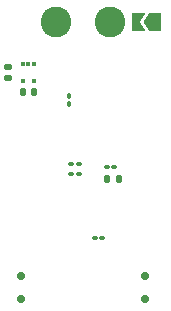
<source format=gbs>
G04 #@! TF.GenerationSoftware,KiCad,Pcbnew,(6.0.5-0)*
G04 #@! TF.CreationDate,2022-11-14T22:05:51-05:00*
G04 #@! TF.ProjectId,rp_ducky,72705f64-7563-46b7-992e-6b696361645f,rev?*
G04 #@! TF.SameCoordinates,Original*
G04 #@! TF.FileFunction,Soldermask,Bot*
G04 #@! TF.FilePolarity,Negative*
%FSLAX46Y46*%
G04 Gerber Fmt 4.6, Leading zero omitted, Abs format (unit mm)*
G04 Created by KiCad (PCBNEW (6.0.5-0)) date 2022-11-14 22:05:51*
%MOMM*%
%LPD*%
G01*
G04 APERTURE LIST*
G04 Aperture macros list*
%AMRoundRect*
0 Rectangle with rounded corners*
0 $1 Rounding radius*
0 $2 $3 $4 $5 $6 $7 $8 $9 X,Y pos of 4 corners*
0 Add a 4 corners polygon primitive as box body*
4,1,4,$2,$3,$4,$5,$6,$7,$8,$9,$2,$3,0*
0 Add four circle primitives for the rounded corners*
1,1,$1+$1,$2,$3*
1,1,$1+$1,$4,$5*
1,1,$1+$1,$6,$7*
1,1,$1+$1,$8,$9*
0 Add four rect primitives between the rounded corners*
20,1,$1+$1,$2,$3,$4,$5,0*
20,1,$1+$1,$4,$5,$6,$7,0*
20,1,$1+$1,$6,$7,$8,$9,0*
20,1,$1+$1,$8,$9,$2,$3,0*%
%AMFreePoly0*
4,1,6,1.000000,0.000000,0.500000,-0.750000,-0.500000,-0.750000,-0.500000,0.750000,0.500000,0.750000,1.000000,0.000000,1.000000,0.000000,$1*%
%AMFreePoly1*
4,1,6,0.500000,-0.750000,-0.650000,-0.750000,-0.150000,0.000000,-0.650000,0.750000,0.500000,0.750000,0.500000,-0.750000,0.500000,-0.750000,$1*%
G04 Aperture macros list end*
%ADD10C,0.711200*%
%ADD11C,2.600000*%
%ADD12RoundRect,0.140000X0.170000X-0.140000X0.170000X0.140000X-0.170000X0.140000X-0.170000X-0.140000X0*%
%ADD13RoundRect,0.100000X0.130000X0.100000X-0.130000X0.100000X-0.130000X-0.100000X0.130000X-0.100000X0*%
%ADD14RoundRect,0.140000X-0.140000X-0.170000X0.140000X-0.170000X0.140000X0.170000X-0.140000X0.170000X0*%
%ADD15FreePoly0,180.000000*%
%ADD16FreePoly1,180.000000*%
%ADD17RoundRect,0.100000X-0.130000X-0.100000X0.130000X-0.100000X0.130000X0.100000X-0.130000X0.100000X0*%
%ADD18R,0.300000X0.450000*%
%ADD19RoundRect,0.100000X0.100000X-0.130000X0.100000X0.130000X-0.100000X0.130000X-0.100000X-0.130000X0*%
%ADD20RoundRect,0.140000X0.140000X0.170000X-0.140000X0.170000X-0.140000X-0.170000X0.140000X-0.170000X0*%
G04 APERTURE END LIST*
D10*
X81750000Y-63699999D03*
X81750000Y-65700001D03*
X92250000Y-63699999D03*
X92250000Y-65700001D03*
D11*
X89250000Y-42245000D03*
X84650000Y-42245000D03*
D12*
X80600000Y-46980000D03*
X80600000Y-46020000D03*
D13*
X88620000Y-60500000D03*
X87980000Y-60500000D03*
D14*
X81870000Y-48170000D03*
X82830000Y-48170000D03*
D15*
X93085000Y-42245000D03*
D16*
X91635000Y-42245000D03*
D17*
X85960000Y-54200000D03*
X86600000Y-54200000D03*
D18*
X81850000Y-45800000D03*
X82350000Y-45800000D03*
X82850000Y-45800000D03*
X82850000Y-47200000D03*
X81850000Y-47200000D03*
D13*
X89620000Y-54500000D03*
X88980000Y-54500000D03*
D19*
X85750000Y-49140000D03*
X85750000Y-48500000D03*
D20*
X89980000Y-55500000D03*
X89020000Y-55500000D03*
D17*
X85960000Y-55050000D03*
X86600000Y-55050000D03*
M02*

</source>
